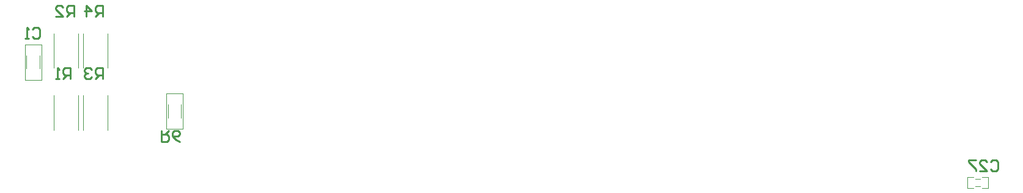
<source format=gbo>
G04*
G04 #@! TF.GenerationSoftware,Altium Limited,Altium Designer,23.4.1 (23)*
G04*
G04 Layer_Color=32896*
%FSLAX44Y44*%
%MOMM*%
G71*
G04*
G04 #@! TF.SameCoordinates,12CA9DB8-36D1-4CD5-B7E7-EEE30B07DFFE*
G04*
G04*
G04 #@! TF.FilePolarity,Positive*
G04*
G01*
G75*
%ADD10C,0.1000*%
%ADD14C,0.2540*%
D10*
X403000Y818000D02*
Y866000D01*
X437000Y818000D02*
Y866000D01*
X561000Y835000D02*
Y853000D01*
X579000Y835000D02*
Y853000D01*
X558500Y819500D02*
Y868500D01*
X581500D01*
Y819500D02*
Y868500D01*
X558500Y819500D02*
X581500D01*
X1667500Y737500D02*
X1676000D01*
X1688000D02*
X1696500D01*
X1688000Y752500D02*
X1696500D01*
X1667500D02*
X1676000D01*
X1696500Y737500D02*
Y752500D01*
X1667500Y737500D02*
Y752500D01*
X1679000Y750000D02*
X1685000D01*
X1679000Y740000D02*
X1685000D01*
X362500Y887500D02*
Y936500D01*
X385500D01*
Y887500D02*
Y936500D01*
X362500Y887500D02*
X385500D01*
X383000Y903000D02*
Y921000D01*
X365000Y903000D02*
Y921000D01*
X477000Y818000D02*
Y866000D01*
X443000Y818000D02*
Y866000D01*
X477000Y904000D02*
Y952000D01*
X443000Y904000D02*
Y952000D01*
X437000Y904000D02*
Y952000D01*
X403000Y904000D02*
Y952000D01*
D14*
X552056Y817268D02*
Y802033D01*
X559674D01*
X562213Y804572D01*
Y809650D01*
X559674Y812190D01*
X552056D01*
X557134D02*
X562213Y817268D01*
X577448Y802033D02*
X572369Y804572D01*
X567291Y809650D01*
Y814729D01*
X569830Y817268D01*
X574909D01*
X577448Y814729D01*
Y812190D01*
X574909Y809650D01*
X567291D01*
X470360Y975106D02*
Y990341D01*
X462743D01*
X460203Y987802D01*
Y982723D01*
X462743Y980184D01*
X470360D01*
X465282D02*
X460203Y975106D01*
X447507D02*
Y990341D01*
X455125Y982723D01*
X444968D01*
X470360Y889000D02*
Y904235D01*
X462743D01*
X460203Y901696D01*
Y896618D01*
X462743Y894078D01*
X470360D01*
X465282D02*
X460203Y889000D01*
X455125Y901696D02*
X452586Y904235D01*
X447507D01*
X444968Y901696D01*
Y899157D01*
X447507Y896618D01*
X450047D01*
X447507D01*
X444968Y894078D01*
Y891539D01*
X447507Y889000D01*
X452586D01*
X455125Y891539D01*
X430530Y975106D02*
Y990341D01*
X422912D01*
X420373Y987802D01*
Y982723D01*
X422912Y980184D01*
X430530D01*
X425452D02*
X420373Y975106D01*
X405138D02*
X415295D01*
X405138Y985263D01*
Y987802D01*
X407677Y990341D01*
X412756D01*
X415295Y987802D01*
X425450Y889000D02*
Y904235D01*
X417832D01*
X415293Y901696D01*
Y896618D01*
X417832Y894078D01*
X425450D01*
X420372D02*
X415293Y889000D01*
X410215D02*
X405137D01*
X407676D01*
Y904235D01*
X410215Y901696D01*
X1700025Y773426D02*
X1702565Y775965D01*
X1707643D01*
X1710182Y773426D01*
Y763269D01*
X1707643Y760730D01*
X1702565D01*
X1700025Y763269D01*
X1684790Y760730D02*
X1694947D01*
X1684790Y770887D01*
Y773426D01*
X1687329Y775965D01*
X1692408D01*
X1694947Y773426D01*
X1679712Y775965D02*
X1669555D01*
Y773426D01*
X1679712Y763269D01*
Y760730D01*
X373379Y957262D02*
X375919Y959801D01*
X380997D01*
X383536Y957262D01*
Y947105D01*
X380997Y944566D01*
X375919D01*
X373379Y947105D01*
X368301Y944566D02*
X363223D01*
X365762D01*
Y959801D01*
X368301Y957262D01*
M02*

</source>
